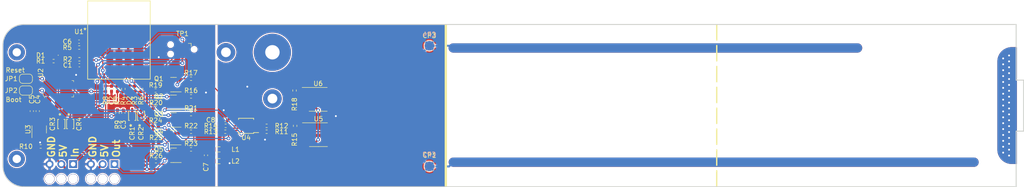
<source format=kicad_pcb>
(kicad_pcb (version 20221018) (generator pcbnew)
  (layers (0 "F.Cu" signal) (31 "B.Cu" signal) (34 "B.Paste" user) (35 "F.Paste" user) (36 "B.SilkS" user "B.Silkscreen") (37 "F.SilkS" user "F.Silkscreen") (38 "B.Mask" user) (39 "F.Mask" user) (44 "Edge.Cuts" user))
  (net 0 "")
  (net 1 "AIN0")
  (net 2 "+5V")
  (net 3 "GND")
  (net 4 "AIN1")
  (net 5 "/+5V-Logic")
  (net 6 "+3.3V")
  (net 7 "Input-Reset")
  (net 8 "GNDA")
  (net 9 "+5VA")
  (net 10 "+5V-Prog")
  (net 11 "Input-Boot")
  (net 12 "ESP-Boot")
  (net 13 "Net-(D1-A)")
  (net 14 "User-LED")
  (net 15 "Net-(D2-A)")
  (net 16 "Ready-LV")
  (net 17 "Ready-HV")
  (net 18 "SDA-LV")
  (net 19 "SDA-HV")
  (net 20 "SCL-LV")
  (net 21 "SCL-HV")
  (net 22 "PWM-In-LV")
  (net 23 "PWM-In-HV")
  (net 24 "PWM-Out-LV")
  (net 25 "PWM-Out-HV")
  (net 26 "/+5V-Raw")
  (net 27 "Net-(JP1-A)")
  (net 28 "Net-(JP2-A)")
  (net 29 "/ADS1115-ADC/Set-Curr-1")
  (net 30 "/ADS1115-ADC/Set-Curr-2")
  (net 31 "ESP-Rx")
  (net 32 "ESP-Tx")
  (net 33 "ESP-En")
  (net 34 "Net-(U4-ADDR)")
  (net 37 "Net-(C3-Pad1)")
  (net 38 "Net-(U1-IO2)")
  (net 39 "Net-(U3-ON)")
  (footprint "LED_SMD:LED_0201_0603Metric_Pad0.64x0.40mm_HandSolder" (layer "F.Cu") (at 66.04 85.336627 -90)
    (fp_text reference "D2")
    (fp_text value "Red")
  )
  (footprint "Capacitor_SMD:C_0402_1005Metric_Pad0.74x0.62mm_HandSolder" (layer "F.Cu") (at 45.085 90.369127 90)
    (fp_text reference "C5")
    (fp_text value "10u")
  )
  (footprint "CUS08F30:USC_TOS" (layer "F.Cu") (at 51.435 93.159127 -90)
    (fp_text reference "CR3")
    (fp_text value "CUS08F30_H3FT")
  )
  (footprint "Resistor_SMD:R_0402_1005Metric_Pad0.72x0.64mm_HandSolder" (layer "F.Cu") (at 79.3375 98.624127 180)
    (fp_text reference "R23")
    (fp_text value "10k")
  )
  (footprint "Package_SO:SOIC-8_3.9x4.9mm_P1.27mm" (layer "F.Cu") (at 106.68 87.829127)
    (fp_text reference "U6")
    (fp_text value "LM334M")
  )
  (footprint "Package_TO_SOT_SMD:SOT-23" (layer "F.Cu") (at 75.535 96.084127 180)
    (fp_text reference "Q4")
    (fp_text value "BSS138")
  )
  (footprint "Resistor_SMD:R_0402_1005Metric_Pad0.72x0.64mm_HandSolder" (layer "F.Cu") (at 63.5 85.539127 90)
    (fp_text reference "R7")
    (fp_text value "10k")
  )
  (footprint "Capacitor_SMD:C_0402_1005Metric_Pad0.74x0.62mm_HandSolder" (layer "F.Cu") (at 62.23 85.539127 -90)
    (fp_text reference "C2")
    (fp_text value "1u")
  )
  (footprint "ESP32-C3-MINI-1-N4:ESP32-C3-MINI-1_EXP" (layer "F.Cu") (at 63.829999 75.034027)
    (fp_text reference "U1")
    (fp_text value "ESP32-C3-MINI-1-N4")
  )
  (footprint "Package_TO_SOT_SMD:SOT-23" (layer "F.Cu") (at 75.565 88.464127 180)
    (fp_text reference "Q2")
    (fp_text value "BSS138")
  )
  (footprint "Custom_Footprints:Solder_Connector" (layer "F.Cu") (at 60.325 101.799127 180)
    (fp_text reference "J2" hide)
    (fp_text value "Conn_01x03_Pin" hide)
  )
  (footprint "Resistor_SMD:R_0402_1005Metric_Pad0.72x0.64mm_HandSolder" (layer "F.Cu") (at 79.3375 87.194127 180)
    (fp_text reference "R16")
    (fp_text value "10k")
  )
  (footprint "Resistor_SMD:R_0402_1005Metric_Pad0.72x0.64mm_HandSolder" (layer "F.Cu") (at 71.7175 93.544127)
    (fp_text reference "R24")
    (fp_text value "10k")
  )
  (footprint "Resistor_SMD:R_0402_1005Metric_Pad0.72x0.64mm_HandSolder" (layer "F.Cu") (at 71.7925 97.354127)
    (fp_text reference "R25")
    (fp_text value "10k")
  )
  (footprint "Resistor_SMD:R_0402_1005Metric_Pad0.72x0.64mm_HandSolder" (layer "F.Cu") (at 71.7925 89.734127)
    (fp_text reference "R20")
    (fp_text value "10k")
  )
  (footprint "Package_TO_SOT_SMD:SOT-23" (layer "F.Cu") (at 75.565 84.654127 180)
    (fp_text reference "Q1")
    (fp_text value "BSS138")
  )
  (footprint "Resistor_SMD:R_0402_1005Metric_Pad0.72x0.64mm_HandSolder" (layer "F.Cu") (at 64.77 85.576627 90)
    (fp_text reference "R4")
    (fp_text value "1k")
  )
  (footprint "Resistor_SMD:R_0402_1005Metric_Pad0.72x0.64mm_HandSolder" (layer "F.Cu") (at 71.7175 85.924127)
    (fp_text reference "R19")
    (fp_text value "10k")
  )
  (footprint "Connector:Tag-Connect_TC2030-IDC-NL_2x03_P1.27mm_Vertical" (layer "F.Cu") (at 77.47 77.034127 180)
    (fp_text reference "TP1")
    (fp_text value "~")
  )
  (footprint "Resistor_SMD:R_0402_1005Metric_Pad0.72x0.64mm_HandSolder" (layer "F.Cu") (at 79.3375 91.004127 180)
    (fp_text reference "R21")
    (fp_text value "10k")
  )
  (footprint "Resistor_SMD:R_0402_1005Metric_Pad0.72x0.64mm_HandSolder" (layer "F.Cu") (at 63.5 90.739127 -90)
    (fp_text reference "R9")
    (fp_text value "1k")
  )
  (footprint "Capacitor_SMD:C_0402_1005Metric_Pad0.74x0.62mm_HandSolder" (layer "F.Cu") (at 55.245 75.379127 180)
    (fp_text reference "C6")
    (fp_text value "10u")
  )
  (footprint "Capacitor_SMD:C_0402_1005Metric_Pad0.74x0.62mm_HandSolder" (layer "F.Cu") (at 82.55 99.894127 -90)
    (fp_text reference "C7")
    (fp_text value "1u")
  )
  (footprint "Capacitor_SMD:C_0402_1005Metric_Pad0.74x0.62mm_HandSolder" (layer "F.Cu") (at 46.355 90.369127 90)
    (fp_text reference "C4")
    (fp_text value "10u")
  )
  (footprint "Capacitor_SMD:C_0402_1005Metric_Pad0.74x0.62mm_HandSolder" (layer "F.Cu") (at 64.77 90.739127 -90)
    (fp_text reference "C3")
    (fp_text value "1u")
  )
  (footprint "Resistor_SMD:R_0402_1005Metric_Pad0.72x0.64mm_HandSolder" (layer "F.Cu") (at 67.229205 85.552337 90)
    (fp_text reference "R3")
    (fp_text value "10k")
  )
  (footprint "Resistor_SMD:R_0402_1005Metric_Pad0.72x0.64mm_HandSolder" (layer "F.Cu") (at 101.73 93.544127 -90)
    (fp_text reference "R15")
    (fp_text value "150R")
  )
  (footprint "Package_TO_SOT_SMD:SOT-23" (layer "F.Cu") (at 75.565 99.894127 180)
    (fp_text reference "Q5")
    (fp_text value "BSS138")
  )
  (footprint "Resistor_SMD:R_0402_1005Metric_Pad0.72x0.64mm_HandSolder" (layer "F.Cu") (at 49.77 79.574127 180)
    (fp_text reference "R1")
    (fp_text value "1k")
  )
  (footprint "TestPoint:TestPoint_Pad_D2.0mm" (layer "F.Cu") (at 130.617262 76.260138 180)
    (fp_text reference "CP3")
    (fp_text value "Short Probe")
  )
  (footprint "digikey-footprints:SOT-223" (layer "F.Cu") (at 50.8 85.539127)
    (fp_text reference "U2")
    (fp_text value "LD1117S33CTR")
  )
  (footprint "Package_TO_SOT_SMD:SOT-23-6" (layer "F.Cu") (at 46.67 94.311627 90)
    (fp_text reference "U3")
    (fp_text value "TPS22917DBV")
  )
  (footprint "Package_TO_SOT_SMD:SOT-23" (layer "F.Cu") (at 75.535 92.274127 180)
    (fp_text reference "Q3")
    (fp_text value "BSS138")
  )
  (footprint "Jumper:SolderJumper-2_P1.3mm_Open_RoundedPad1.0x1.5mm" (layer "F.Cu") (at 43.815 83.384127 180)
    (fp_text reference "JP1")
    (fp_text value "Reset Settings")
  )
  (footprint "CUS08F30:USC_TOS" (layer "F.Cu") (at 53.34 93.159127 -90)
    (fp_text reference "CR4")
    (fp_text value "CUS08F30_H3FT")
  )
  (footprint "Inductor_SMD:L_0805_2012Metric_Pad1.05x1.20mm_HandSolder" (layer "F.Cu") (at 85.21 101.164127 180)
    (fp_text reference "L2")
    (fp_text value "MMZ2012Y102B")
  )
  (footprint "Resistor_SMD:R_0402_1005Metric_Pad0.72x0.64mm_HandSolder" (layer "F.Cu") (at 60.96 85.539127 -90)
    (fp_text reference "R8")
    (fp_text value "1k")
  )
  (footprint "Resistor_SMD:R_0402_1005Metric_Pad0.72x0.64mm_HandSolder" (layer "F.Cu") (at 79.3375 94.814127 180)
    (fp_text reference "R22")
    (fp_text value "10k")
  )
  (footprint "CUS08F30:USC_TOS" (layer "F.Cu") (at 68.58 91.374127 90)
    (fp_text reference "CR2")
    (fp_text value "CUS08F30_H3FT")
  )
  (footprint "CUS08F30:USC_TOS" (layer "F.Cu") (at 66.675 91.374127 90)
    (fp_text reference "CR1")
    (fp_text value "CUS08F30_H3FT")
  )
  (footprint "Resistor_SMD:R_0402_1005Metric_Pad0.72x0.64mm_HandSolder" (layer "F.Cu") (at 55.3125 79.189127)
    (fp_text reference "R2")
    (fp_text value "10k")
  )
  (footprint "Package_SO:SOIC-8_3.9x4.9mm_P1.27mm" (layer "F.Cu") (at 106.745 95.449127)
    (fp_text reference "U5")
    (fp_text value "LM334M")
  )
  (footprint "Jumper:SolderJumper-2_P1.3mm_Open_RoundedPad1.0x1.5mm" (layer "F.Cu") (at 43.815 85.924127 180)
    (fp_text reference "JP2")
    (fp_text value "Boot")
  )
  (footprint "Resistor_SMD:R_0402_1005Metric_Pad0.72x0.64mm_HandSolder" (layer "F.Cu") (at 68.58 85.539127 90)
    (fp_text reference "R6")
    (fp_text value "10k")
  )
  (footprint "Resistor_SMD:R_0402_1005Metric_Pad0.72x0.64mm_HandSolder" (layer "F.Cu") (at 46.99 97.989127 180)
    (fp_text reference "R10")
    (fp_text value "10k")
  )
  (footprint "Capacitor_SMD:C_0402_1005Metric_Pad0.74x0.62mm_HandSolder" (layer "F.Cu") (at 86.6775 92.274127)
    (fp_text reference "C8")
    (fp_text value "1u")
  )
  (footprint "Resistor_SMD:R_0402_1005Metric_Pad0.72x0.64mm_HandSolder" (layer "F.Cu") (at 55.2825 76.649127)
    (fp_text reference "R5")
    (fp_text value "10k")
  )
  (footprint "Inductor_SMD:L_0805_2012Metric_Pad1.05x1.20mm_HandSolder" (layer "F.Cu") (at 85.21 98.624127 180)
    (fp_text reference "L1")
    (fp_text value "MMZ2012Y102B")
  )
  (footprint "Resistor_SMD:R_0402_1005Metric_Pad0.72x0.64mm_HandSolder" (layer "F.Cu") (at 71.7925 101.164127)
    (fp_text reference "R26")
    (fp_text value "10k")
  )
  (footprint "Resistor_SMD:R_0402_1005Metric_Pad0.72x0.64mm_HandSolder" (layer "F.Cu") (at 86.7075 94.814127)
    (fp_text reference "R13")
    (fp_text value "10k")
  )
  (footprint "Resistor_SMD:R_0402_1005Metric_Pad0.72x0.64mm_HandSolder" (layer "F.Cu") (at 101.6 85.924127 -90)
    (fp_text reference "R18")
    (fp_text value "150R")
  )
  (footprint "TestPoint:TestPoint_Pad_D2.0mm" (layer "F.Cu") (at 130.617262 102.295138 180)
    (fp_text reference "CP1")
    (fp_text value "Long Probe")
  )
  (footprint "Resistor_SMD:R_0402_1005Metric_Pad0.72x0.64mm_HandSolder" (layer "F.Cu") (at 95.5975 94.814127)
    (fp_text reference "R11")
    (fp_text value "10k")
  )
  (footprint "Resistor_SMD:R_0402_1005Metric_Pad0.72x0.64mm_HandSolder" (layer "F.Cu") (at 95.5975 93.544127 180)
    (fp_text reference "R12")
    (fp_text value "10k")
  )
  (footprint "Resistor_SMD:R_0402_1005Metric_Pad0.72x0.64mm_HandSolder" (layer "F.Cu") (at 79.3375 83.384127 180)
    (fp_text reference "R17")
    (fp_text value "10k")
  )
  (footprint "Resistor_SMD:R_0402_1005Metric_Pad0.72x0.64mm_HandSolder" (layer "F.Cu") (at 86.7825 93.544127)
    (fp_text reference "R14")
    (fp_text value "10k")
  )
  (footprint "LED_SMD:LED_0201_0603Metric_Pad0.64x0.40mm_HandSolder" (layer "F.Cu") (at 49.7325 78.304127 180)
    (fp_text reference "D1")
    (fp_text value "Green")
  )
  (footprint "Package_SO:TSSOP-10_3x3mm_P0.5mm" (layer "F.Cu") (at 91.19 93.544127 180)
    (fp_text reference "U4")
    (fp_text value "ADS1115IDGS")
  )
  (footprint "Custom_Footprints:Solder_Connector" (layer "F.Cu") (at 51.435 101.799127 180)
    (fp_text reference "J1" hide)
    (fp_text value "Conn_01x03_Pin" hide)
  )
  (footprint "Capacitor_SMD:C_0402_1005Metric_Pad0.74x0.62mm_HandSolder" (layer "F.Cu") (at 55.3125 80.459127 180)
    (fp_text reference "C1")
    (fp_text value "1u")
  )
  (footprint "TestPoint:TestPoint_Pad_D2.0mm" (layer "B.Cu") (at 130.617262 76.260138)
    (fp_text reference "CP4")
    (fp_text value "Short Probe")
  )
  (footprint "TestPoint:TestPoint_Pad_D2.0mm" (layer "B.Cu") (at 130.617262 102.295138)
    (fp_text reference "CP2")
    (fp_text value "Long Probe")
  )
  (gr_poly (pts (arc (start 255.89936 76.667007) (mid 253.77804 77.545687) (end 252.89936 79.667007)) (arc (start 252.89936 98.667007) (mid 253.77804 100.788327) (end 255.89936 101.667007)) (xy 256.89936 101.667007) (xy 256.89936 76.667007)) (stroke (width 0.2)) (fill solid) (layer "F.Cu"))
  (gr_poly (pts (arc (start 255.89936 76.667007) (mid 253.77804 77.545687) (end 252.89936 79.667007)) (arc (start 252.89936 98.667007) (mid 253.77804 100.788327) (end 255.89936 101.667007)) (xy 256.89936 101.667007) (xy 256.89936 76.667007)) (stroke (width 0.2)) (fill solid) (layer "B.Cu"))
  (gr_line (start 192.423942 106.52895) (end 192.432715 71.790516) (stroke (width 0.3) (type dash)) (layer "F.SilkS"))
  (gr_line (start 134.149407 71.830892) (end 134.148989 106.497336) (stroke (width 0.5)) (layer "F.SilkS"))
  (gr_line (start 256.847349 71.68) (end 256.847349 83.68) (stroke (width 0.2)) (layer "Edge.Cuts"))
  (gr_line (start 38.847349 76.18) (end 38.847349 102.18) (stroke (width 0.2)) (layer "Edge.Cuts"))
  (gr_arc (start 43.347349 106.68) (mid 40.165346 105.361996) (end 38.847349 102.18) (stroke (width 0.2)) (layer "Edge.Cuts"))
  (gr_line (start 258.447349 94.68) (end 256.847349 94.68) (stroke (width 0.2)) (layer "Edge.Cuts"))
  (gr_arc (start 38.847349 76.18) (mid 40.165353 72.998003) (end 43.347349 71.68) (stroke (width 0.2)) (layer "Edge.Cuts"))
  (gr_line (start 258.447349 83.68) (end 258.447349 94.68) (stroke (width 0.2)) (layer "Edge.Cuts"))
  (gr_line (start 43.347349 106.68) (end 256.847349 106.68) (stroke (width 0.2)) (layer "Edge.Cuts"))
  (gr_line (start 256.847349 83.68) (end 258.447349 83.68) (stroke (width 0.2)) (layer "Edge.Cuts"))
  (gr_line (start 256.847349 71.68) (end 43.347349 71.68) (stroke (width 0.2)) (layer "Edge.Cuts"))
  (gr_line (start 256.847349 94.68) (end 256.847349 106.68) (stroke (width 0.2)) (layer "Edge.Cuts"))
  (gr_text "Out" (at 64.135 100.529127 90) (layer "F.SilkS") (effects (font (size 1.5 1.5) (thickness 0.3) bold) (justify left bottom)))
  (gr_text "In" (at 55.245 100.529127 90) (layer "F.SilkS") (effects (font (size 1.5 1.5) (thickness 0.3) bold) (justify left bottom)))
  (gr_text "Reset" (at 39.37 82.114127) (layer "F.SilkS") (effects (font (size 1 1)) (justify left bottom)))
  (gr_text "5V" (at 52.705 100.529127 90) (layer "F.SilkS") (effects (font (size 1.5 1.5) (thickness 0.3) bold) (justify left bottom)))
  (gr_text "5V" (at 61.595 100.529127 90) (layer "F.SilkS") (effects (font (size 1.5 1.5) (thickness 0.3) bold) (justify left bottom)))
  (gr_text "GND" (at 50.165 100.529127 90) (layer "F.SilkS") (effects (font (size 1.5 1.5) (thickness 0.3) bold) (justify left bottom)))
  (gr_text "Boot" (at 39.37 88.464127) (layer "F.SilkS") (effects (font (size 1 1)) (justify left bottom)))
  (gr_text "GND" (at 59.055 100.529127 90) (layer "F.SilkS") (effects (font (size 1.5 1.5) (thickness 0.3) bold) (justify left bottom)))
  (via (at 255.318605 98.686961) (size 0.8) (drill 0.4) (layers "F.Cu" "B.Cu") (net 0))
  (via (at 53.975 104.974127) (size 2.1) (drill 2) (layers "F.Cu" "B.Cu") (net 0))
  (via (at 254.048605 98.051961) (size 0.8) (drill 0.4) (layers "F.Cu" "B.Cu") (net 0))
  (via (at 255.318605 85.986961) (size 0.8) (drill 0.4) (layers "F.Cu" "B.Cu") (net 0))
  (via (at 255.318605 88.526961) (size 0.8) (drill 0.4) (layers "F.Cu" "B.Cu") (net 0))
  (via (at 255.318605 79.636961) (size 0.8) (drill 0.4) (layers "F.Cu" "B.Cu") (net 0))
  (via (at 254.048605 92.971961) (size 0.8) (drill 0.4) (layers "F.Cu" "B.Cu") (net 0))
  (via (at 255.318605 93.606961) (size 0.8) (drill 0.4) (layers "F.Cu" "B.Cu") (net 0))
  (via (at 255.318605 94.876961) (size 0.8) (drill 0.4) (layers "F.Cu" "B.Cu") (net 0))
  (via (at 255.318605 87.256961) (size 0.8) (drill 0.4) (layers "F.Cu" "B.Cu") (net 0))
  (via (at 57.785 104.974127) (size 2.1) (drill 2) (layers "F.Cu" "B.Cu") (net 0))
  (via (at 254.048605 81.541961) (size 0.8) (drill 0.4) (layers "F.Cu" "B.Cu") (net 0))
  (via (at 60.325 104.974127) (size 2.1) (drill 2) (layers "F.Cu" "B.Cu") (net 0))
  (via (at 255.318605 78.366961) (size 0.8) (drill 0.4) (layers "F.Cu" "B.Cu") (net 0))
  (via (at 255.318605 80.906961) (size 0.8) (drill 0.4) (layers "F.Cu" "B.Cu") (net 0))
  (via (at 51.435 104.974127) (size 2.1) (drill 2) (layers "F.Cu" "B.Cu") (net 0))
  (via (at 254.048605 90.431961) (size 0.8) (drill 0.4) (layers "F.Cu" "B.Cu") (net 0))
  (via (at 254.048605 82.811961) (size 0.8) (drill 0.4) (layers "F.Cu" "B.Cu") (net 0))
  (via (at 254.048605 96.781961) (size 0.8) (drill 0.4) (layers "F.Cu" "B.Cu") (net 0))
  (via (at 86.846262 77.673571) (size 4) (drill 2.1) (layers "F.Cu" "B.Cu") (net 0))
  (via (at 96.847318 87.670445) (size 4) (drill 2.1) (layers "F.Cu" "B.Cu") (net 0))
  (via (at 255.318605 82.176961) (size 0.8) (drill 0.4) (layers "F.Cu" "B.Cu") (net 0))
  (via (at 254.048605 87.891961) (size 0.8) (drill 0.4) (layers "F.Cu" "B.Cu") (net 0))
  (via (at 254.048605 84.081961) (size 0.8) (drill 0.4) (layers "F.Cu" "B.Cu") (net 0))
  (via (at 255.318605 84.716961) (size 0.8) (drill 0.4) (layers "F.Cu" "B.Cu") (net 0))
  (via (at 254.048605 85.351961) (size 0.8) (drill 0.4) (layers "F.Cu" "B.Cu") (net 0))
  (via (at 254.048605 94.241961) (size 0.8) (drill 0.4) (layers "F.Cu" "B.Cu") (net 0))
  (via (at 255.318605 92.336961) (size 0.8) (drill 0.4) (layers "F.Cu" "B.Cu") (net 0))
  (via (at 255.318605 97.416961) (size 0.8) (drill 0.4) (layers "F.Cu" "B.Cu") (net 0))
  (via (at 48.895 104.974127) (size 2.1) (drill 2) (layers "F.Cu" "B.Cu") (net 0))
  (via (at 255.318605 89.796961) (size 0.8) (drill 0.4) (layers "F.Cu" "B.Cu") (net 0))
  (via (at 41.849366 77.68089) (size 3.5) (drill 1.8) (layers "F.Cu" "B.Cu") (net 0))
  (via (at 255.318605 91.066961) (size 0.8) (drill 0.4) (layers "F.Cu" "B.Cu") (net 0))
  (via (at 254.048605 89.161961) (size 0.8) (drill 0.4) (layers "F.Cu" "B.Cu") (net 0))
  (via (at 96.841761 77.674377) (size 8) (drill 3.1) (layers "F.Cu" "B.Cu") (net 0))
  (via (at 254.048605 95.511961) (size 0.8) (drill 0.4) (layers "F.Cu" "B.Cu") (net 0))
  (via (at 41.847349 100.675701) (size 3.5) (drill 1.8) (layers "F.Cu" "B.Cu") (net 0))
  (via (at 254.048605 79.001961) (size 0.8) (drill 0.4) (layers "F.Cu" "B.Cu") (net 0))
  (via (at 62.865 104.974127) (size 2.1) (drill 2) (layers "F.Cu" "B.Cu") (net 0))
  (via (at 255.318605 99.956961) (size 0.8) (drill 0.4) (layers "F.Cu" "B.Cu") (net 0))
  (via (at 254.048605 86.621961) (size 0.8) (drill 0.4) (layers "F.Cu" "B.Cu") (net 0))
  (via (at 255.318605 96.146961) (size 0.8) (drill 0.4) (layers "F.Cu" "B.Cu") (net 0))
  (via (at 254.048605 99.321961) (size 0.8) (drill 0.4) (layers "F.Cu" "B.Cu") (net 0))
  (via (at 254.048605 91.701961) (size 0.8) (drill 0.4) (layers "F.Cu" "B.Cu") (net 0))
  (via (at 254.048605 80.271961) (size 0.8) (drill 0.4) (layers "F.Cu" "B.Cu") (net 0))
  (via (at 255.318605 83.446961) (size 0.8) (drill 0.4) (layers "F.Cu" "B.Cu") (net 0))
  (segment (start 100.298372 92.71) (end 100.314186 92.725814) (width 0.3) (layer "F.Cu") (net 1))
  (segment (start 120.92 94.814127) (end 119.401364 94.814127) (width 0.3) (layer "F.Cu") (net 1))
  (segment (start 130.617262 102.295138) (end 134.85506 102.295138) (width 0.3) (layer "F.Cu") (net 1))
  (segment (start 101.73 94.141627) (end 102.4025 94.814127) (width 0.3) (layer "F.Cu") (net 1))
  (segment (start 99.81 91.96) (end 99.81 92.46) (width 0.3) (layer "F.Cu") (net 1))
  (segment (start 121.17 94.097518) (end 121.17 94.564127) (width 0.3) (layer "F.Cu") (net 1))
  (segment (start 130.617262 102.295138) (end 123.136251 94.814127) (width 0.3) (layer "F.Cu") (net 1))
  (segment (start 109.22 94.814127) (end 109.22 96.084127) (width 0.3) (layer "F.Cu") (net 1))
  (segment (start 121.67 94.564127) (end 121.67 94.097518) (width 0.3) (layer "F.Cu") (net 1))
  (segment (start 123.136251 94.814127) (end 121.92 94.814127) (width 0.3) (layer "F.Cu") (net 1))
  (segment (start 134.85506 102.295138) (end 135.765598 101.3846) (width 0.3) (layer "F.Cu") (net 1))
  (segment (start 93.34 93.044127) (end 94.421251 93.044127) (width 0.3) (layer "F.Cu") (net 1))
  (segment (start 119.401364 94.814127) (end 109.22 94.814127) (width 0.3) (layer "F.Cu") (net 1))
  (segment (start 104.27 94.814127) (end 109.22 94.814127) (width 0.3) (layer "F.Cu") (net 1))
  (segment (start 135.765598 101.3846) (end 247.785627 101.3846) (width 2) (layer "F.Cu") (net 1))
  (segment (start 104.27 96.084127) (end 104.27 94.814127) (width 0.3) (layer "F.Cu") (net 1))
  (segment (start 100.298373 92.71) (end 100.314186 92.725814) (width 0.3) (layer "F.Cu") (net 1))
  (segment (start 102.4025 94.814127) (end 104.27 94.814127) (width 0.3) (layer "F.Cu") (net 1))
  (segment (start 100.314186 92.725814) (end 101.73 94.141627) (width 0.3) (layer "F.Cu") (net 1))
  (segment (start 100.06 92.71) (end 100.298372 92.71) (width 0.3) (layer "F.Cu") (net 1))
  (segment (start 99.31 92.46) (end 99.31 91.96) (width 0.3) (layer "F.Cu") (net 1))
  (segment (start 94.421251 93.044127) (end 94.755378 92.71) (width 0.3) (layer "F.Cu") (net 1))
  (segment (start 94.755378 92.71) (end 99.06 92.71) (width 0.3) (layer "F.Cu") (net 1))
  (arc (start 121.42 93.847518) (mid 121.243223 93.920741) (end 121.17 94.097518) (width 0.3) (layer "F.Cu") (net 1))
  (arc (start 99.56 91.71) (mid 99.736777 91.783223) (end 99.81 91.96) (width 0.3) (layer "F.Cu") (net 1))
  (arc (start 121.92 94.814127) (mid 121.743223 94.740904) (end 121.67 94.564127) (width 0.3) (layer "F.Cu") (net 1))
  (arc (start 99.81 92.46) (mid 99.883223 92.636777) (end 100.06 92.71) (width 0.3) (layer "F.Cu") (net 1))
  (arc (start 121.67 94.097518) (mid 121.596777 93.920741) (end 121.42 93.847518) (width 0.3) (layer "F.Cu") (net 1))
  (arc (start 99.31 91.96) (mid 99.383223 91.783223) (end 99.56 91.71) (width 0.3) (layer "F.Cu") (net 1))
  (arc (start 99.06 92.71) (mid 99.236777 92.636777) (end 99.31 92.46) (width 0.3) (layer "F.Cu") (net 1))
  (arc (start 121.17 94.564127) (mid 121.096777 94.740904) (end 120.92 94.814127) (width 0.3) (layer "F.Cu") (net 1))
  (segment (start 66.435873 102.87) (end 69.85 102.87) (width 0.4) (layer "F.Cu") (net 2))
  (segment (start 69.85 102.87) (end 78.989238 102.87) (width 0.4) (layer "F.Cu") (net 2))
  (segment (start 71.12 85.924127) (end 71.12 99.06) (width 0.4) (layer "F.Cu") (net 2))
  (segment (start 71.12 99.06) (end 71.12 101.089127) (width 0.4) (layer "F.Cu") (net 2))
  (segment (start 57.3448 100.549127) (end 64.115 100.549127) (width 0.4) (layer "F.Cu") (net 2))
  (segment (start 71.12 101.089127) (end 71.195 101.164127) (width 0.4) (layer "F.Cu") (net 2))
  (segment (start 64.115 100.549127) (end 66.435873 102.87) (width 0.4) (layer "F.Cu") (net 2))
  (segment (start 82.532611 99.326627) (end 82.55 99.326627) (width 0.4) (layer "F.Cu") (net 2))
  (segment (start 51.435 94.639327) (end 57.3448 100.549127) (width 0.4) (layer "F.Cu") (net 2))
  (segment (start 45.72 91.571627) (end 45.085 90.936627) (width 0.4) (layer "F.Cu") (net 2))
  (segment (start 45.72 93.174127) (end 45.72 91.571627) (width 0.4) (layer "F.Cu") (net 2))
  (segment (start 82.55 99.326627) (end 83.3575 99.326627) (width 0.4) (layer "F.Cu") (net 2))
  (segment (start 51.435 94.309127) (end 51.435 94.639327) (width 0.4) (layer "F.Cu") (net 2))
  (segment (start 45.72 93.174127) (end 45.72 93.664444) (width 0.4) (layer "F.Cu") (net 2))
  (segment (start 83.3575 99.326627) (end 84.06 98.624127) (width 0.4) (layer "F.Cu") (net 2))
  (segment (start 45.72 93.664444) (end 46.364683 94.309127) (width 0.4) (layer "F.Cu") (net 2))
  (segment (start 46.364683 94.309127) (end 51.435 94.309127) (width 0.4) (layer "F.Cu") (net 2))
  (segment (start 78.989238 102.87) (end 82.532611 99.326627) (width 0.4) (layer "F.Cu") (net 2))
  (via (at 69.85 102.87) (size 0.8) (drill 0.4) (layers "F.Cu" "B.Cu") (net 2))
  (via (at 71.12 99.06) (size 0.8) (drill 0.4) (layers "F.Cu" "B.Cu") (net 2))
  (segment (start 69.85 102.87) (end 69.85 100.33) (width 0.4) (layer "B.Cu") (net 2))
  (segment (start 69.85 100.33) (end 71.12 99.06) (width 0.4) (layer "B.Cu") (net 2))
  (via (at 46.863358 97.120525) (size 0.8) (drill 0.4) (layers "F.Cu" "B.Cu") (net 3))
  (via (at 82.55 86.36) (size 0.8) (drill 0.4) (layers "F.Cu" "B.Cu") (net 3))
  (via (at 72.39 78.74) (size 0.8) (drill 0.4) (layers "F.Cu" "B.Cu") (net 3))
  (via (at 54.61 82.55) (size 0.8) (drill 0.4) (layers "F.Cu" "B.Cu") (net 3))
  (segment (start 135.262976 76.260138) (end 135.745028 76.74219) (width 0.3) (layer "F.Cu") (net 4))
  (segment (start 104.205 88.464127) (end 109.155 88.464127) (width 0.3) (layer "F.Cu") (net 4))
  (segment (start 104.205 87.194127) (end 104.205 88.464127) (width 0.3) (layer "F.Cu") (net 4))
  (segment (start 104.205 87.194127) (end 109.155 87.194127) (width 0.3) (layer "F.Cu") (net 4))
  (segment (start 109.155 87.194127) (end 119.683273 87.194127) (width 0.3) (layer "F.Cu") (net 4))
  (segment (start 135.745028 76.74219) (end 222.731736 76.74219) (width 2) (layer "F.Cu") (net 4))
  (segment (start 130.617262 76.260138) (end 135.262976 76.260138) (width 0.3) (layer "F.Cu") (net 4))
  (segment (start 93.674127 92.21) (end 95.911627 92.21) (width 0.3) (layer "F.Cu") (net 4))
  (segment (start 119.683273 87.194127) (end 130.617262 76.260138) (width 0.3) (layer "F.Cu") (net 4))
  (segment (start 93.34 92.544127) (end 93.674127 92.21) (width 0.3) (layer "F.Cu") (net 4))
  (segment (start 95.911627 92.21) (end 101.6 86.521627) (width 0.3) (layer "F.Cu") (net 4))
  (segment (start 101.6 86.521627) (end 102.2725 87.194127) (width 0.3) (layer "F.Cu") (net 4))
  (segment (start 102.2725 87.194127) (end 104.205 87.194127) (width 0.3) (layer "F.Cu") (net 4))
  (segment (start 135.744155 76.743063) (end 135.745028 76.74219) (width 0.25) (layer "F.Cu") (net 4))
  (segment (start 53.34 92.009127) (end 53.34 88.929127) (width 0.4) (layer "F.Cu") (net 5))
  (segment (start 47.4275 92.009127) (end 46.355 90.936627) (width 0.4) (layer "F.Cu") (net 5))
  (segment (start 53.34 88.929127) (end 53.1 88.689127) (width 0.4) (layer "F.Cu") (net 5))
  (segment (start 51.435 92.009127) (end 47.4275 92.009127) (width 0.4) (layer "F.Cu") (net 5))
  (segment (start 53.34 92.009127) (end 51.435 92.009127) (width 0.4) (layer "F.Cu") (net 5))
  (segment (start 67.229205 86.149837) (end 68.56679 86.149837) (width 0.25) (layer "F.Cu") (net 6))
  (segment (start 63.5 86.136627) (end 63.5 88.348179) (width 0.25) (layer "F.Cu") (net 6))
  (segment (start 60.96 92.71) (end 60.96 88.374321) (width 0.25) (layer "F.Cu") (net 6))
  (segment (start 79.935 98.624127) (end 79.935 83.384127) (width 0.25) (layer "F.Cu") (net 6))
  (segment (start 63.5 86.136627) (end 64.7325 86.136627) (width 0.25) (layer "F.Cu") (net 6))
  (segment (start 68.56679 86.149837) (end 68.58 86.136627) (width 0.25) (layer "F.Cu") (net 6))
  (segment (start 54 79.189127) (end 54.715 79.189127) (width 0.25) (layer "F.Cu") (net 6))
  (segment (start 76.4725 93.224127) (end 77.715 93.224127) (width 0.25) (layer "F.Cu") (net 6))
  (segment (start 66.992415 86.386627) (end 67.229205 86.149837) (width 0.25) (layer "F.Cu") (net 6))
  (segment (start 76.5025 89.414127) (end 77.715 89.414127) (width 0.25) (layer "F.Cu") (net 6))
  (segment (start 63.5 88.348179) (end 63.482572 88.365607) (width 0.25) (layer "F.Cu") (net 6))
  (segment (start 56.776481 88.365607) (end 50.8 82.389127) (width 0.25) (layer "F.Cu") (net 6))
  (segment (start 54.685 76.506627) (end 55.8125 75.379127) (width 0.25) (layer "F.Cu") (net 6))
  (segment (start 50.8 88.689127) (end 50.8 82.389127) (width 0.25) (layer "F.Cu") (net 6))
  (segment (start 64.7325 86.136627) (end 64.77 86.174127) (width 0.25) (layer "F.Cu") (net 6))
  (segment (start 77.715 89.414127) (end 79.935 87.194127) (width 0.25) (layer "F.Cu") (net 6))
  (segment (start 50.8 82.389127) (end 54 79.189127) (width 0.25) (layer "F.Cu") (net 6))
  (segment (start 63.482572 88.365607) (end 56.776481 88.365607) (width 0.25) (layer "F.Cu") (net 6))
  (segment (start 54.685 76.649127) (end 54.685 76.506627) (width 0.25) (layer "F.Cu") (net 6))
  (segment (start 55.8125 75.379127) (end 57.890001 75.379127) (width 0.25) (layer "F.Cu") (net 6))
  (segment (start 54.715 79.189127) (end 54.715 76.679127) (width 0.25) (layer "F.Cu") (net 6))
  (segment (start 57.890001 75.379127) (end 57.930001 75.339127) (width 0.25) (layer "F.Cu") (net 6))
  (segment (start 76.5025 100.844127) (end 75.5375 101.809127) (width 0.25) (layer "F.Cu") (net 6))
  (segment (start 75.5375 101.809127) (end 70.059127 101.809127) (width 0.25) (layer "F.Cu") (net 6))
  (segment (start 50.8 82.389127) (end 50.8 80.006627) (width 0.25) (layer "F.Cu") (net 6))
  (segment (start 77.715 93.224127) (end 79.935 91.004127) (width 0.25) (layer "F.Cu") (net 6))
  (segment (start 64.77 86.174127) (end 64.9825 86.386627) (width 0.25) (layer "F.Cu") (net 6))
  (segment (start 50.8 80.006627) (end 50.3675 79.574127) (width 0.25) (layer "F.Cu") (net 6))
  (segment (start 76.4725 97.034127) (end 77.715 97.034127) (width 0.25) (layer "F.Cu") (net 6))
  (segment (start 77.715 85.604127) (end 79.935 83.384127) (width 0.25) (layer "F.Cu") (net 6))
  (segment (start 54.715 76.679127) (end 54.685 76.649127) (width 0.25) (layer "F.Cu") (net 6))
  (segment (start 77.715 97.034127) (end 79.935 94.814127) (width 0.25) (layer "F.Cu") (net 6))
  (segment (start 76.5025 85.604127) (end 77.715 85.604127) (width 0.25) (layer "F.Cu") (net 6))
  (segment (start 77.715 100.844127) (end 79.935 98.624127) (width 0.25) (layer "F.Cu") (net 6))
  (segment (start 64.9825 86.386627) (end 66.992415 86.386627) (width 0.25) (layer "F.Cu") (net 6))
  (segment (start 70.059127 101.809127) (end 60.96 92.71) (width 0.25) (layer "F.Cu") (net 6))
  (segment (start 76.5025 100.844127) (end 77.715 100.844127) (width 0.25) (layer "F.Cu") (net 6))
  (segment (start 64.63 83.811627) (end 64.63 82.639127) (width 0.25) (layer "F.Cu") (net 7))
  (segment (start 63.5 84.941627) (end 64.63 83.811627) (width 0.25) (layer "F.Cu") (net 7))
  (segment (start 60.96 84.941627) (end 63.5 84.941627) (width 0.25) (layer "F.Cu") (net 7))
  (segment (start 87.63 101.6) (end 87.194127 101.164127) (width 0.4) (layer "F.Cu") (net 8))
  (segment (start 87.194127 101.164127) (end 86.36 101.164127) (width 0.4) (layer "F.Cu") (net 8))
  (via (at 86.36 90.17) (size 0.8) (drill 0.4) (layers "F.Cu" "B.Cu") (net 8))
  (via (at 95.25 96.52) (size 0.8) (drill 0.4) (layers "F.Cu" "B.Cu") (net 8))
  (via (at 110.49 91.44) (size 0.8) (drill 0.4) (layers "F.Cu" "B.Cu") (net 8))
  (via (at 91.44 85.09) (size 0.8) (drill 0.4) (layers "F.Cu" "B.Cu") (net 8))
  (via (at 87.63 101.6) (size 0.8) (drill 0.4) (layers "F.Cu" "B.Cu") (net 8))
  (segment (start 130.617262 102.295138) (end 134.853368 102.295138) (width 0.4) (layer "B.Cu") (net 8))
  (segment (start 135.248189 76.260138) (end 135.734341 76.74629) (width 0.4) (layer "B.Cu") (net 8))
  (segment (start 134.853368 102.295138) (end 135.763682 101.384824) (width 0.4) (layer "B.Cu") (net 8))
  (segment (start 135.763682 101.384824) (end 247.783711 101.384824) (width 2) (layer "B.Cu") (net 8))
  (segment (start 130.617262 76.260138) (end 135.248189 76.260138) (width 0.4) (layer "B.Cu") (net 8))
  (segment (start 135.734341 76.74629) (end 222.721049 76.74629) (width 2) (layer "B.Cu") (net 8))
  (segment (start 104.205 89.734127) (end 106.244127 89.734127) (width 0.4) (layer "F.Cu") (net 9))
  (segment (start 86.11 94.814127) (end 86.11 93.619127) (width 0.4) (layer "F.Cu") (net 9))
  (segment (start 93.755 97.354127) (end 97.79 97.354127) (width 0.4) (layer "F.Cu") (net 9))
  (segment (start 97.79 95.139127) (end 97.79 97.354127) (width 0.4) (layer "F.Cu") (net 9))
  (segment (start 90.17 93.519127) (end 90.596387 93.519127) (width 0.4) (layer "F.Cu") (net 9))
  (segment (start 106.244127 89.734127) (end 106.68 90.17) (width 0.4) (layer "F.Cu") (net 9))
  (segment (start 90.145 93.544127) (end 89.04 93.544127) (width 0.3) (layer "F.Cu") (net 9))
  (segment (start 89.92 92.019127) (end 87.5 92.019127) (width 0.4) (layer "F.Cu") (net 9))
  (segment (start 86.185 93.544127) (end 87.245 92.484127) (width 0.4) (layer "F.Cu") (net 9))
  (segment (start 90.596387 93.519127) (end 90.887599 93.810339) (width 0.4) (layer "F.Cu") (net 9))
  (segment (start 90.887599 94.486726) (end 93.755 97.354127) (width 0.4) (layer "F.Cu") (net 9))
  (segment (start 97.79 97.354127) (end 98.985 97.354127) (width 0.4) (layer "F.Cu") (net 9))
  (segment (start 86.36 95.064127) (end 86.11 94.814127) (width 0.4) (layer "F.Cu") (net 9))
  (segment (start 90.887599 93.810339) (end 90.887599 94.486726) (width 0.4) (layer "F.Cu") (net 9))
  (segment (start 86.36 98.624127) (end 86.36 95.064127) (width 0.4) (layer "F.Cu") (net 9))
  (segment (start 96.195 93.544127) (end 97.79 95.139127) (width 0.4) (layer "F.Cu") (net 9))
  (segment (start 89.92 92.019127) (end 89.94 92.039127) (width 0.3) (layer "F.Cu") (net 9))
  (segment (start 90.17 92.269127) (end 90.17 93.519127) (width 0.4) (layer "F.Cu") (net 9))
  (segment (start 89.94 92.039127) (end 90.17 92.269127) (width 0.4) (layer "F.Cu") (net 9))
  (segment (start 90.17 93.519127) (end 90.145 93.544127) (width 0.3) (layer "F.Cu") (net 9))
  (segment (start 86.11 93.619127) (end 86.185 93.544127) (width 0.4) (layer "F.Cu") (net 9))
  (segment (start 106.68 96.52) (end 105.845873 97.354127) (width 0.4) (layer "F.Cu") (net 9))
  (segment (start 98.985 97.354127) (end 104.27 97.354127) (width 0.4) (layer "F.Cu") (net 9))
  (segment (start 87.245 92.484127) (end 87.245 92.274127) (width 0.4) (layer "F.Cu") (net 9))
  (segment (start 105.845873 97.354127) (end 104.27 97.354127) (width 0.4) (layer "F.Cu") (net 9))
  (segment (start 87.5 92.019127) (end 87.245 92.274127) (width 0.4) (layer "F.Cu") (net 9))
  (via (at 106.68 96.52) (size 0.8) (drill 0.4) (layers "F.Cu" "B.Cu") (net 9))
  (via (at 106.68 90.17) (size 0.8) (drill 0.4) (layers "F.Cu" "B.Cu") (net 9))
  (segment (start 106.68 90.17) (end 106.68 96.52) (width 0.4) (layer "B.Cu") (net 9))
  (segment (start 77.47 78.939127) (end 78.74 77.669127) (width 0.4) (layer "F.Cu") (net 10))
  (segment (start 60.2355 89.263172) (end 59.326828 89.263172) (width 0.4) (layer "F.Cu") (net 10))
  (segment (start 54.280873 94.309127) (end 53.34 94.309127) (width 0.4) (layer "F.Cu") (net 10))
  (segment (start 77.47 80.01) (end 77.47 78.939127) (width 0.4) (layer "F.Cu") (net 10))
  (segment (start 59.326828 89.263172) (end 54.280873 94.309127) (width 0.4) (layer "F.Cu") (net 10))
  (via (at 60.2355 89.263172) (size 0.8) (drill 0.4) (layers "F.Cu" "B.Cu") (net 10))
  (via (at 77.47 80.01) (size 0.8) (drill 0.4) (layers "F.Cu" "B.Cu") (net 10))
  (segment (start 60.2355 89.263172) (end 60.96 88.538672) (width 0.4) (layer "B.Cu") (net 10))
  (segment (start 60.798752 80.01) (end 77.47 80.01) (width 0.4) (layer "B.Cu") (net 10))
  (segment (start 59.548314 81.260438) (end 60.798752 80.01) (width 0.4) (layer "B.Cu") (net 10))
  (segment (start 59.548314 82.390178) (end 59.548314 81.260438) (width 0.4) (layer "B.Cu") (net 10))
  (segment (start 60.96 88.538672) (end 60.96 83.801864) (width 0.4) (layer "B.Cu") (net 10))
  (segment (start 60.96 83.801864) (end 59.548314 82.390178) (width 0.4) (layer "B.Cu") (net 10))
  (segment (start 68.58 90.224127) (end 69.225 89.579127) (width 0.25) (layer "F.Cu") (net 11))
  (segment (start 69.225 85.586627) (end 68.58 84.941627) (width 0.25) (layer "F.Cu") (net 11))
  (segment (start 67.829999 84.191626) (end 67.829999 82.639127) (width 0.25) (layer "F.Cu") (net 11))
  (segment (start 68.58 90.224127) (end 66.675 90.224127) (width 0.25) (layer "F.Cu") (net 11))
  (segment (start 68.58 84.941627) (end 67.829999 84.191626) (width 0.25) (layer "F.Cu") (net 11))
  (segment (start 69.225 89.579127) (end 69.225 85.586627) (width 0.25) (layer "F.Cu") (net 11))
  (segment (start 70.4375 83.988402) (end 76.2 78.225902) (width 0.25) (layer "F.Cu") (net 12))
  (segment (start 76.2 78.225902) (end 76.2 77.669127) (width 0.25) (layer "F.Cu") (net 12))
  (segment (start 70.4375 90.666627) (end 70.4375 83.988402) (width 0.25) (layer "F.Cu") (net 12))
  (segment (start 68.58 92.524127) (end 70.4375 90.666627) (width 0.25) (layer "F.Cu") (net 12))
  (segment (start 49.1725 78.456627) (end 49.325 78.304127) (width 0.25) (layer "F.Cu") (net 13))
  (segment (start 49.1725 79.574127) (end 49.1725 78.456627) (width 0.25) (layer "F.Cu") (net 13))
  (segment (start 67.203495 84.929127) (end 67.229205 84.954837) (width 0.25) (layer "F.Cu") (net 14))
  (segment (start 66.04 84.929127) (end 67.203495 84.929127) (width 0.25) (layer "F.Cu") (net 14))
  (segment (start 67.229205 84.954837) (end 67.229205 83.291234) (width 0.25) (layer "F.Cu") (net 14))
  (segment (start 66.984447 82.684678) (end 67.029998 82.639127) (width 0.25) (layer "F.Cu") (net 14))
  (segment (start 67.229205 83.291234) (end 67.031126 83.093155) (width 0.25) (layer "F.Cu") (net 14))
  (segment (start 67.031126 83.093155) (end 67.031126 82.640255) (width 0.25) (layer "F.Cu") (net 14))
  (segment (start 67.031126 82.640255) (end 67.029998 82.639127) (width 0.25) (layer "F.Cu") (net 14))
  (segment (start 65.535 85.744127) (end 66.04 85.744127) (width 0.25) (layer "F.Cu") (net 15))
  (segment (start 64.77 84.979127) (end 65.535 85.744127) (width 0.25) (layer "F.Cu") (net 15))
  (segment (start 59.029998 80.64809) (end 59.322559 80.355529) (width 0.25) (layer "F.Cu") (net 16))
  (segment (start 76.387005 84.636205) (end 76.387005 83.819622) (width 0.25) (layer "F.Cu") (net 16))
  (segment (start 59.029998 82.639127) (end 59.029998 80.64809) (width 0.25) (layer "F.Cu") (net 16))
  (segment (start 78.74 83.384127) (end 76.8225 83.384127) (width 0.25) (layer "F.Cu") (net 16))
  (segment (start 76.8225 83.384127) (end 76.5025 83.704127) (width 0.25) (layer "F.Cu") (net 16))
  (segment (start 76.387005 83.819622) (end 76.5025 83.704127) (width 0.25) (layer "F.Cu") (net 16))
  (via (at 76.387005 84.636205) (size 0.8) (drill 0.4) (layers "F.Cu" "B.Cu") (net 16))
  (via (at 59.322559 80.355529) (size 0.8) (drill 0.4) (layers "F.Cu" "B.Cu") (net 16))
  (segment (start 78.195 82.82821) (end 76.387005 84.636205) (width 0.25) (layer "B.Cu") (net 16))
  (segment (start 77.169695 79.285) (end 78.015 79.285) (width 0.25) (layer "B.Cu") (net 16))
  (segment (start 59.322559 80.355529) (end 60.193088 79.485) (width 0.25) (layer "B.Cu") (net 16))
  (segment (start 78.195 79.465) (end 78.195 82.82821) (width 0.25) (layer "B.Cu") (net 16))
  (segment (start 76.969695 79.485) (end 77.169695 79.285) (width 0.25) (layer "B.Cu") (net 16))
  (segment (start 60.193088 79.485) (end 76.969695 79.485) (width 0.25) (layer "B.Cu") (net 16))
  (segment (start 78.015 79.285) (end 78.195 79.465) (width 0.25) (layer "B.Cu") (net 16))
  (segment (start 74.6275 84.1225) (end 74.6275 84.654127) (width 0.25) (layer "F.Cu") (net 17))
  (segment (start 76.2 82.55) (end 74.6275 84.1225) (width 0.25) (layer "F.Cu") (net 17))
  (segment (start 74.6275 84.654127) (end 73.585 84.654127) (width 0.25) (layer "F.Cu") (net 17))
  (segment (start 81.633098 82.55) (end 76.2 82.55) (width 0.25) (layer "F.Cu") (net 17))
  (segment (start 94.5 94.044127) (end 95 93.544127) (width 0.25) (layer "F.Cu") (net 17))
  (segment (start 91.44 93.98) (end 91.44 92.356902) (width 0.25) (layer "F.Cu") (net 17))
  (segment (start 93.34 94.044127) (end 94.5 94.044127) (width 0.25) (layer "F.Cu") (net 17))
  (segment (start 73.585 84.654127) (end 72.315 85.924127) (width 0.25) (layer "F.Cu") (net 17))
  (segment (start 93.34 94.044127) (end 91.504127 94.044127) (width 0.25) (layer "F.Cu") (net 17))
  (segment (start 91.44 92.356902) (end 81.633098 82.55) (width 0.25) (layer "F.Cu") (net 17))
  (segment (start 91.504127 94.044127) (end 91.44 93.98) (width 0.25) (layer "F.Cu") (net 17))
  (segment (start 76.8225 87.194127) (end 76.5025 87.514127) (width 0.25) (layer "F.Cu") (net 18))
  (segment (start 78.74 87.194127) (end 76.8225 87.194127) (width 0.25) (layer "F.Cu") (net 18))
  (segment (start 74.128432 87.250004) (end 76.238377 87.250004) (width 0.25) (layer "F.Cu") (net 18))
  (segment (start 66.504705 83.837784) (end 66.229999 83.563078) (width 0.25) (layer "F.Cu") (net 18))
  (segment (start 76.238377 87.250004) (end 76.5025 87.514127) (width 0.25) (layer "F.Cu") (net 18))
  (segment (start 66.229999 83.563078) (end 66.229999 82.639127) (width 0.25) (layer "F.Cu") (net 18))
  (via (at 66.504705 83.837784) (size 0.8) (drill 0.4) (layers "F.Cu" "B.Cu") (net 18))
  (via (at 74.128432 87.250004) (size 0.8) (drill 0.4) (layers "F.Cu" "B.Cu") (net 18))
  (segment (start 66.504705 83.837784) (end 66.522489 83.837784) (width 0.25) (layer "B.Cu") (net 18))
  (segment (start 69.934709 87.250004) (end 74.128432 87.250004) (width 0.25) (layer "B.Cu") (net 18))
  (segment (start 66.522489 83.837784) (end 69.934709 87.250004) (width 0.25) (layer "B.Cu") (net 18))
  (segment (start 87.88 94.044127) (end 87.38 93.544127) (width 0.25) (layer "F.Cu") (net 19))
  (segment (start 73.66 88.464127) (end 72.39 89.734127) (width 0.25) (layer "F.Cu") (net 19))
  (segment (start 74.6275 88.464127) (end 73.66 88.464127) (width 0.25) (layer "F.Cu") (net 19))
  (segment (start 74.6275 88.464127) (end 74.6275 89.2025) (width 0.25) (layer "F.Cu") (net 19))
  (segment (start 89.04 94.044127) (end 87.88 94.044127) (width 0.25) (layer "F.Cu") (net 19))
  (segment (start 74.6275 89.2025) (end 73.66 90.17) (width 0.25) (layer "F.Cu") (net 19))
  (segment (start 90.17 94.349127) (end 90.17 95.25) (width 0.25) (layer "F.Cu") (net 19))
  (segment (start 89.865 94.044127) (end 90.17 94.349127) (width 0.25) (layer "F.Cu") (net 19))
  (segment (start 89.04 94.044127) (end 89.865 94.044127) (width 0.25) (layer "F.Cu") (net 19))
  (via (at 90.17 95.25) (size 0.8) (drill 0.4) (layers "F.Cu" "B.Cu") (net 19))
  (via (at 73.66 90.17) (size 0.8) (drill 0.4) (layers "F.Cu" "B.Cu") (net 19))
  (segment (start 85.09 90.17) (end 90.17 95.25) (width 0.25) (layer "B.Cu") (net 19))
  (segment (start 73.66 90.17) (end 85.09 90.17) (width 0.25) (layer "B.Cu") (net 19))
  (segment (start 74.460662 91.244751) (end 76.393124 91.244751) (width 0.25) (layer "F.Cu") (net 20))
  (segment (start 76.7925 91.004127) (end 76.4725 91.324127) (width 0.25) (layer "F.Cu") (net 20))
  (segment (start 65.429998 83.787005) (end 65.446521 83.803528) (width 0.25) (layer "F.Cu") (net 20))
  (segment (start 65.429998 82.639127) (end 65.429998 83.787005) (width 0.25) (layer "F.Cu") (net 20))
  (segment (start 78.74 91.004127) (end 76.7925 91.004127) (width 0.25) (layer "F.Cu") (net 20))
  (segment (start 76.393124 91.244751) (end 76.4725 91.324127) (width 0.25) (layer "F.Cu") (net 20))
  (via (at 65.446521 83.803528) (size 0.8) (drill 0.4) (layers "F.Cu" "B.Cu") (net 20))
  (via (at 74.460662 91.244751) (size 0.8) (drill 0.4) (layers "F.Cu" "B.Cu") (net 20))
  (segment (start 72.887744 91.244751) (end 74.460662 91.244751) (width 0.25) (layer "B.Cu") (net 20))
  (segment (start 65.446521 83.803528) (end 72.887744 91.244751) (width 0.25) (layer "B.Cu") (net 20))
  (segment (start 73.585 92.274127) (end 72.315 93.544127) (width 0.25) (layer "F.Cu") (net 21))
  (segment (start 87.575 94.544127) (end 87.305 94.814127) (width 0.25) (layer "F.Cu") (net 21))
  (segment (start 87.399608 94.908735) (end 87.305 94.814127) (width 0.25) (layer "F.Cu") (net 21))
  (segment (start 74.5975 93.282475) (end 74.516109 93.363866) (width 0.25) (layer "F.Cu") (net 21))
  (segment (start 87.399608 96.259893) (end 87.399608 94.908735) (width 0.25) (layer "F.Cu") (net 21))
  (segment (start 89.04 94.544127) (end 87.575 94.544127) (width 0.25) (layer "F.Cu") (net 21))
  (segment (start 74.5975 92.274127) (end 74.5975 93.282475) (width 0.25) (layer "F.Cu") (net 21))
  (segment (start 74.5975 92.274127) (end 73.585 92.274127) (width 0.25) (layer "F.Cu") (net 21))
  (via (at 87.399608 96.259893) (size 0.8) (drill 0.4) (layers "F.Cu" "B.Cu") (net 21))
  (via (at 74.516109 93.363866) (size 0.8) (drill 0.4) (layers "F.Cu" "B.Cu") (net 21))
  (segment (start 74.516109 93.363866) (end 77.412136 96.259893) (width 0.25) (layer "B.Cu") (net 21))
  (segment (start 77.412136 96.259893) (end 87.399608 96.259893) (width 0.25) (layer "B.Cu") (net 21))
  (segment (start 58.689127 77.739127) (end 57.930001 77.739127) (width 0.25) (layer "F.Cu") (net 22))
  (segment (start 76.7925 94.814127) (end 76.4725 95.134127) (width 0.25) (layer "F.Cu") (net 22))
  (segment (start 60.348314 81.591809) (end 60.348314 79.398314) (width 0.25) (layer "F.Cu") (net 22))
  (segment (start 74.814127 95.134127) (end 73.66 93.98) (width 0.25) (layer "F.Cu") (net 22))
  (segment (start 76.4725 95.134127) (end 74.814127 95.134127) (width 0.25) (layer "F.Cu") (net 22))
  (segment (start 60.348314 79.398314) (end 58.689127 77.739127) (width 0.25) (layer "F.Cu") (net 22))
  (segment (start 78.74 94.814127) (end 76.7925 94.814127) (width 0.25) (layer "F.Cu") (net 22))
  (via (at 60.348314 81.591809) (size 0.8) (drill 0.4) (layers "F.Cu" "B.Cu") (net 22))
  (via (at 73.66 93.98) (size 0.8) (drill 0.4) (layers "F.Cu" "B.Cu") (net 22))
  (segment (start 60.348314 82.447716) (end 71.880598 93.98) (width 0.25) (layer "B.Cu") (net 22))
  (segment (start 71.880598 93.98) (end 73.66 93.98) (width 0.25) (layer "B.Cu") (net 22))
  (segment (start 60.348314 81.591809) (end 60.348314 82.447716) (width 0.25) (layer "B.Cu") (net 22))
  (segment (start 74.5975 96.084127) (end 74.5975 96.713806) (width 0.25) (layer "F.Cu") (net 23))
  (segment (start 74.5975 96.713806) (end 73.687551 97.623755) (width 0.25) (layer "F.Cu") (net 23))
  (segment (start 74.5975 96.084127) (end 73.66 96.084127) (width 0.25) (layer "F.Cu") (net 23))
  (segment (start 73.66 96.084127) (end 72.39 97.354127) (width 0.25) (layer "F.Cu") (net 23))
  (via (at 73.687551 97.623755) (size 0.8) (drill 0.4) (layers "F.Cu" "B.Cu") (net 23))
  (segment (start 58.150372 97.623755) (end 53.975 101.799127) (width 0.25) (layer "B.Cu") (net 23))
  (segment (start 73.687551 97.623755) (end 58.150372 97.623755) (width 0.25) (layer "B.Cu") (net 23))
  (segment (start 59.160094 83.965431) (end 59.829999 83.295527) (width 0.25) (layer "F.Cu") (net 24))
  (segment (start 76.5025 98.944127) (end 74.541264 98.944127) (width 0.25) (layer "F.Cu") (net 24))
  (segment (start 76.5025 98.944127) (end 78.42 98.944127) (width 0.25) (layer "F.Cu") (net 24))
  (segment (start 59.829999 83.295527) (end 59.829999 82.639127) (width 0.25) (layer "F.Cu") (net 24))
  (segment (start 74.541264 98.944127) (end 74.215998 98.618861) (width 0.25) (layer "F.Cu") (net 24))
  (segment (start 78.42 98.944127) (end 78.74 98.624127) (width 0.25) (layer "F.Cu") (net 24))
  (via (at 74.215998 98.618861) (size 0.8) (drill 0.4) (layers "F.Cu" "B.Cu") (net 24))
  (via (at 59.160094 83.965431) (size 0.8) (drill 0.4) (layers "F.Cu" "B.Cu") (net 24))
  (segment (start 59.052915 84.07261) (end 59.052915 89.28822) (width 0.25) (layer "B.Cu") (net 24))
  (segment (start 59.934695 90.17) (end 67.259101 90.17) (width 0.25) (layer "B.Cu") (net 24))
  (segment (start 74.412551 97.32345) (end 74.412551 98.422308) (width 0.25) (layer "B.Cu") (net 24))
  (segment (start 59.052915 89.28822) (end 59.934695 90.17) (width 0.25) (layer "B.Cu") (net 24))
  (segment (start 59.160094 83.965431) (end 59.052915 84.07261) (width 0.25) (layer "B.Cu") (net 24))
  (segment (start 67.259101 90.17) (end 74.412551 97.32345) (width 0.25) (layer "B.Cu") (net 24))
  (segment (start 74.412551 98.422308) (end 74.215998 98.618861) (width 0.25) (layer "B.Cu") (net 24))
  (segment (start 74.6275 100.117127) (end 73.66 101.084627) (width 0.25) (layer "F.Cu") (net 25))
  (segment (start 74.6275 99.894127) (end 73.66 99.894127) (width 0.25) (layer "F.Cu") (net 25))
  (segment (start 73.66 99.894127) (end 72.39 101.164127) (width 0.25) (layer "F.Cu") (net 25))
  (segment (start 74.6275 99.894127) (end 74.6275 100.117127) (width 0.25) (layer "F.Cu") (net 25))
  (via (at 73.66 101.084627) (size 0.8) (drill 0.4) (layers "F.Cu" "B.Cu") (net 25))
  (segment (start 71.149627 103.595) (end 64.660873 103.595) (width 0.25) (layer "B.Cu") (net 25))
  (segment (start 64.660873 103.595) (end 62.865 101.799127) (width 0.25) (layer "B.Cu") (net 25))
  (segment (start 73.66 101.084627) (end 71.149627 103.595) (width 0.25) (layer "B.Cu") (net 25))
  (segment (start 52.975282 103.339409) (end 58.784718 103.339409) (width 0.5) (layer "F.Cu") (net 26))
  (segment (start 45.72 97.316627) (end 45.72 95.449127) (width 0.4) (layer "F.Cu") (net 26))
  (segment (start 47.1125 98.709127) (end 46.3925 97.989127) (width 0.4) (layer "F.Cu") (net 26))
  (segment (start 51.435 101.799127) (end 52.975282 103.339409) (width 0.5) (layer "F.Cu") (net 26))
  (segment (start 48.345 98.709127) (end 47.1125 98.709127) (width 0.4) (layer "F.Cu") (net 26))
  (segment (start 46.3925 97.989127) (end 45.72 97.316627) (width 0.4) (layer "F.Cu") (net 26))
  (segment (start 58.784718 103.339409) (end 60.325 101.799127) (width 0.5) (layer "F.Cu") (net 26))
  (segment (start 51.435 101.799127) (end 48.345 98.709127) (width 0.4) (layer "F.Cu") (net 26))
  (segment (start 57.890443 86.136627) (end 60.96 86.136627) (width 0.25) (layer "F.Cu") (net 27))
  (segment (start 57.864858 86.111042) (end 57.890443 86.136627) (width 0.25) (layer "F.Cu") (net 27))
  (segment (start 44.482674 83.366453) (end 44.465 83.384127) (width 0.25) (layer "F.Cu") (net 27))
  (segment (start 47.290474 83.366453) (end 44.482674 83.366453) (width 0.25) (layer "F.Cu") (net 27))
  (via (at 47.290474 83.366453) (size 0.8) (drill 0.4) (layers "F.Cu" "B.Cu") (net 27))
  (via (at 57.864858 86.111042) (size 0.8) (drill 0.4) (layers "F.Cu" "B.Cu") (net 27))
  (segment (start 50.035063 86.111042) (end 47.290474 83.366453) (width 0.25) (layer "B.Cu") (net 27))
  (segment (start 57.864858 86.111042) (end 50.035063 86.111042) (width 0.25) (layer "B.Cu") (net 27))
  (segment (start 47.273626 85.931424) (end 44.472297 85.931424) (width 0.25) (layer "F.Cu") (net 28))
  (segment (start 62.333373 91.336627) (end 62.23 91.44) (width 0.25) (layer "F.Cu") (net 28))
  (segment (start 44.472297 85.931424) (end 44.465 85.924127) (width 0.25) (layer "F.Cu") (net 28))
  (segment (start 63.5 91.336627) (end 62.333373 91.336627) (width 0.25) (layer "F.Cu") (net 28))
  (via (at 47.273626 85.931424) (size 0.8) (drill 0.4) (layers "F.Cu" "B.Cu") (net 28))
  (via (at 62.23 91.44) (size 0.8) (drill 0.4) (layers "F.Cu" "B.Cu") (net 28))
  (segment (start 62.23 91.44) (end 52.782202 91.44) (width 0.25) (layer "B.Cu") (net 28))
  (segment (start 52.782202 91.44) (end 47.273626 85.931424) (width 0.25) (layer "B.Cu") (net 28))
  (segment (start 101.73 92.946627) (end 103.6725 92.946627) (width 0.25) (layer "F.Cu") (net 29))
  (segment (start 103.6725 92.946627) (end 104.27 93.544127) (width 0.25) (layer "F.Cu") (net 29))
  (segment (start 103.6075 85.326627) (end 104.205 85.924127) (width 0.25) (layer "F.Cu") (net 30))
  (segment (start 101.6 85.326627) (end 103.6075 85.326627) (width 0.25) (layer "F.Cu") (net 30))
  (segment (start 75.072663 74.93) (end 76.2 76.057337) (width 0.25) (layer "F.Cu") (net 31))
  (segment (start 73.285665 74.93) (end 75.072663 74.93) (width 0.25) (layer "F.Cu") (net 31))
  (segment (start 70.476538 77.739127) (end 73.285665 74.93) (width 0.25) (layer "F.Cu") (net 31))
  (segment (start 69.729997 77.739127) (end 70.476538 77.739127) (width 0.25) (layer "F.Cu") (net 31))
  (segment (start 76.2 76.057337) (end 76.2 76.399127) (width 0.25) (layer "F.Cu") (net 31))
  (segment (start 70.380874 76.939126) (end 69.729997 76.939126) (width 0.25) (layer "F.Cu") (net 32))
  (segment (start 72.957476 74.362524) (end 70.380874 76.939126) (width 0.25) (layer "F.Cu") (net 32))
  (segment (start 77.47 76.399127) (end 75.433397 74.362524) (width 0.25) (layer "F.Cu") (net 32))
  (segment (start 75.433397 74.362524) (end 72.957476 74.362524) (width 0.25) (layer "F.Cu") (net 32))
  (segment (start 77.47 75.129127) (end 78.74 76.399127) (width 0.25) (layer "F.Cu") (net 33))
  (segment (start 55.88 79.219127) (end 55.91 79.189127) (width 0.25) (layer "F.Cu") (net 33))
  (segment (start 57.206037 79.189127) (end 57.343808 79.326898) (width 0.25) (layer "F.Cu") (net 33))
  (segment (start 57.917773 79.326898) (end 57.930001 79.339126) (width 0.25) (layer "F.Cu") (net 33))
  (segment (start 55.91 79.189127) (end 57.206037 79.189127) (width 0.25) (layer "F.Cu") (net 33))
  (segment (start 77.47 74.93) (end 77.47 75.129127) (width 0.25) (layer "F.Cu") (net 33))
  (segment (start 57.343808 79.326898) (end 57.917773 79.326898) (width 0.25) (layer "F.Cu") (net 33))
  (segment (start 58.924347 79.353705) (end 58.909768 79.339126) (width 0.25) (layer "F.Cu") (net 33))
  (segment (start 58.909768 79.339126) (end 57.930001 79.339126) (width 0.25) (layer "F.Cu") (net 33))
  (segment (start 55.88 80.459127) (end 55.88 79.219127) (width 0.25) (layer "F.Cu") (net 33))
  (via (at 77.47 74.93) (size 0.8) (drill 0.4) (layers "F.Cu" "B.Cu") (net 33))
  (via (at 58.924347 79.353705) (size 0.8) (drill 0.4) (layers "F.Cu" "B.Cu") (net 33))
  (segment (start 58.924347 79.353705) (end 59.592198 79.353705) (width 0.25) (layer "B.Cu") (net 33))
  (segment (start 76.2 73.66) (end 77.47 74.93) (width 0.25) (layer "B.Cu") (net 33))
  (segment (start 68.870173 77.179827) (end 72.39 73.66) (width 0.25) (layer "B.Cu") (net 33))
  (segment (start 61.766076 77.179827) (end 68.870173 77.179827) (width 0.25) (layer "B.Cu") (net 33))
  (segment (start 59.592198 79.353705) (end 61.766076 77.179827) (width 0.25) (layer "B.Cu") (net 33))
  (segment (start 72.39 73.66) (end 76.2 73.66) (width 0.25) (layer "B.Cu") (net 33))
  (segment (start 94.73 94.544127) (end 95 94.814127) (width 0.25) (layer "F.Cu") (net 34))
  (segment (start 93.34 94.544127) (end 94.73 94.544127) (width 0.25) (layer "F.Cu") (net 34))
  (segment (start 64.77 90.171627) (end 63.53 90.171627) (width 0.25) (layer "F.Cu") (net 37))
  (segment (start 63.53 90.171627) (end 63.5 90.141627) (width 0.25) (layer "F.Cu") (net 37))
  (segment (start 66.675 92.076627) (end 64.77 90.171627) (width 0.25) (layer "F.Cu") (net 37))
  (segment (start 66.675 92.524127) (end 66.675 92.076627) (width 0.25) (layer "F.Cu") (net 37))
  (segment (start 55.88 76.649127) (end 56.169999 76.939126) (width 0.25) (layer "F.Cu") (net 38))
  (segment (start 56.169999 76.939126) (end 57.930001 76.939126) (width 0.25) (layer "F.Cu") (net 38))
  (segment (start 47.62 95.449127) (end 47.5875 95.481627) (width 0.25) (layer "F.Cu") (net 39))
  (segment (start 47.5875 95.481627) (end 47.5875 97.989127) (width 0.25) (layer "F.Cu") (net 39))
  (zone (net 3) (net_name "GND") (layer "F.Cu") (priority 2) (connect_pads (clearance 0.25)) (min_thickness 0.25) (fill yes (thermal_gap 0.5) (thermal_bridge_width 0.5))
    (polygon (pts (xy 84.51562 106.624634) (xy 84.51562 71.644634) (xy 43.29562 71.644634) (xy 43.087677 71.646905) (xy 42.673564 71.685273) (xy 42.264758 71.761688) (xy 41.864747 71.875497) (xy 41.476943 72.02573) (xy 41.104656 72.211105) (xy 40.751062 72.430039) (xy 40.419177 72.680666) (xy 40.111833 72.960847) (xy 39.831652 73.268191) (xy 39.581025 73.600076) (xy 39.362091 73.95367) (xy 39.176716 74.325957) (xy 39.026483 74.713761) (xy 38.912674 75.113772) (xy 38.836259 75.522578) (xy 38.797891 75.936691) (xy 38.79562 76.144634) (xy 38.79562 102.144634) (xy 38.797891 102.352577) (xy 38.836258 102.76669) (xy 38.912672 103.175497) (xy 39.026481 103.575508) (xy 39.176713 103.963312) (xy 39.362088 104.3356) (xy 39.581022 104.689195) (xy 39.831649 105.02108) (xy 40.11183 105.328424) (xy 40.419174 105.608605) (xy 40.751059 105.859232) (xy 41.104654 106.078166) (xy 41.476942 106.263541) (xy 41.864746 106.413773) (xy 42.264757 106.527582) (xy 42.673564 106.603996) (xy 43.087677 106.642363) (xy 43.29562 106.644634)))
  )
  (zone (net 8) (net_name "GNDA") (layer "F.Cu") (name "GND") (priority 2) (connect_pads (clearance 0.25)) (min_thickness 0.25) (fill yes (thermal_gap 0.5) (thermal_bridge_width 0.5))
    (polygon (pts (xy 134.134416 106.621365) (xy 85.09 106.626447) (xy 85.09 71.64314) (xy 134.146784 71.660239)))
  )
  (zone (net 8) (net_name "GNDA") (layer "B.Cu") (name "GND") (priority 2) (connect_pads (clearance 0.25)) (min_thickness 0.25) (fill yes (thermal_gap 0.5) (thermal_bridge_width 0.5))
    (polygon (pts (xy 134.134416 106.621365) (xy 85.09 106.626447) (xy 85.09 71.64314) (xy 134.146784 71.660239)))
  )
  (zone (net 3) (net_name "GND") (layer "B.Cu") (priority 2) (connect_pads (clearance 0.25)) (min_thickness 0.25) (fill yes (thermal_gap 0.5) (thermal_bridge_width 0.5))
    (polygon (pts (xy 84.525787 106.612414) (xy 84.525787 71.632414) (xy 43.305787 71.632414) (xy 43.097844 71.634685) (xy 42.683731 71.673053) (xy 42.274925 71.749468) (xy 41.874914 71.863277) (xy 41.48711 72.01351) (xy 41.114823 72.198885) (xy 40.761229 72.417819) (xy 40.429344 72.668446) (xy 40.122 72.948627) (xy 39.841819 73.255971) (xy 39.591192 73.587856) (xy 39.372258 73.94145) (xy 39.186883 74.313737) (xy 39.03665 74.701541) (xy 38.922841 75.101552) (xy 38.846426 75.510358) (xy 38.808058 75.924471) (xy 38.805787 76.132414) (xy 38.805787 102.132414) (xy 38.808058 102.340357) (xy 38.846425 102.75447) (xy 38.922839 103.163277) (xy 39.036648 103.563288) (xy 39.18688 103.951092) (xy 39.372255 104.32338) (xy 39.591189 104.676975) (xy 39.841816 105.00886) (xy 40.121997 105.316204) (xy 40.429341 105.596385) (xy 40.761226 105.847012) (xy 41.114821 106.065946) (xy 41.487109 106.251321) (xy 41.874913 106.401553) (xy 42.274924 106.515362) (xy 42.683731 106.591776) (xy 43.097844 106.630143) (xy 43.305787 106.632414)))
  )
)
</source>
